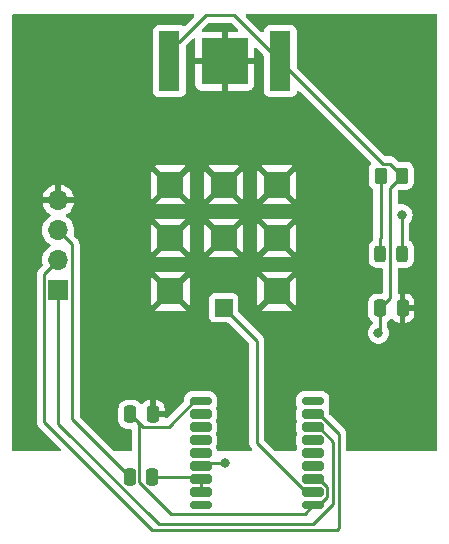
<source format=gbr>
%TF.GenerationSoftware,KiCad,Pcbnew,7.0.7*%
%TF.CreationDate,2023-11-29T00:44:13-05:00*%
%TF.ProjectId,GPS,4750532e-6b69-4636-9164-5f7063625858,rev?*%
%TF.SameCoordinates,Original*%
%TF.FileFunction,Copper,L1,Top*%
%TF.FilePolarity,Positive*%
%FSLAX46Y46*%
G04 Gerber Fmt 4.6, Leading zero omitted, Abs format (unit mm)*
G04 Created by KiCad (PCBNEW 7.0.7) date 2023-11-29 00:44:13*
%MOMM*%
%LPD*%
G01*
G04 APERTURE LIST*
G04 Aperture macros list*
%AMRoundRect*
0 Rectangle with rounded corners*
0 $1 Rounding radius*
0 $2 $3 $4 $5 $6 $7 $8 $9 X,Y pos of 4 corners*
0 Add a 4 corners polygon primitive as box body*
4,1,4,$2,$3,$4,$5,$6,$7,$8,$9,$2,$3,0*
0 Add four circle primitives for the rounded corners*
1,1,$1+$1,$2,$3*
1,1,$1+$1,$4,$5*
1,1,$1+$1,$6,$7*
1,1,$1+$1,$8,$9*
0 Add four rect primitives between the rounded corners*
20,1,$1+$1,$2,$3,$4,$5,0*
20,1,$1+$1,$4,$5,$6,$7,0*
20,1,$1+$1,$6,$7,$8,$9,0*
20,1,$1+$1,$8,$9,$2,$3,0*%
G04 Aperture macros list end*
%TA.AperFunction,SMDPad,CuDef*%
%ADD10RoundRect,0.175000X-0.725000X-0.175000X0.725000X-0.175000X0.725000X0.175000X-0.725000X0.175000X0*%
%TD*%
%TA.AperFunction,SMDPad,CuDef*%
%ADD11RoundRect,0.200000X-0.700000X-0.200000X0.700000X-0.200000X0.700000X0.200000X-0.700000X0.200000X0*%
%TD*%
%TA.AperFunction,SMDPad,CuDef*%
%ADD12RoundRect,0.250000X-0.250000X-0.475000X0.250000X-0.475000X0.250000X0.475000X-0.250000X0.475000X0*%
%TD*%
%TA.AperFunction,SMDPad,CuDef*%
%ADD13R,1.500000X1.500000*%
%TD*%
%TA.AperFunction,SMDPad,CuDef*%
%ADD14R,2.300000X2.300000*%
%TD*%
%TA.AperFunction,SMDPad,CuDef*%
%ADD15RoundRect,0.243750X-0.243750X-0.456250X0.243750X-0.456250X0.243750X0.456250X-0.243750X0.456250X0*%
%TD*%
%TA.AperFunction,SMDPad,CuDef*%
%ADD16R,1.780000X5.080000*%
%TD*%
%TA.AperFunction,SMDPad,CuDef*%
%ADD17R,3.960000X3.960000*%
%TD*%
%TA.AperFunction,SMDPad,CuDef*%
%ADD18RoundRect,0.250000X-0.262500X-0.450000X0.262500X-0.450000X0.262500X0.450000X-0.262500X0.450000X0*%
%TD*%
%TA.AperFunction,ComponentPad*%
%ADD19R,1.700000X1.700000*%
%TD*%
%TA.AperFunction,ComponentPad*%
%ADD20O,1.700000X1.700000*%
%TD*%
%TA.AperFunction,ViaPad*%
%ADD21C,0.800000*%
%TD*%
%TA.AperFunction,Conductor*%
%ADD22C,0.250000*%
%TD*%
G04 APERTURE END LIST*
D10*
%TO.P,U1,1,GND*%
%TO.N,Net-(C2-Pad1)*%
X141950000Y-85800000D03*
D11*
%TO.P,U1,2,TXD*%
%TO.N,unconnected-(U1-TXD-Pad2)*%
X141950000Y-86900000D03*
%TO.P,U1,3,RXD*%
%TO.N,unconnected-(U1-RXD-Pad3)*%
X141950000Y-88000000D03*
%TO.P,U1,4,TIMEPULSE*%
%TO.N,unconnected-(U1-TIMEPULSE-Pad4)*%
X141950000Y-89100000D03*
%TO.P,U1,5,EXTINT*%
%TO.N,unconnected-(U1-EXTINT-Pad5)*%
X141950000Y-90200000D03*
%TO.P,U1,6,V_BCKP*%
%TO.N,/BACKUP*%
X141950000Y-91300000D03*
%TO.P,U1,7,VCC_IO*%
%TO.N,Net-(U1-VCC)*%
X141950000Y-92400000D03*
%TO.P,U1,8,VCC*%
X141950000Y-93500000D03*
D10*
%TO.P,U1,9,~{RESET}*%
%TO.N,unconnected-(U1-~{RESET}-Pad9)*%
X141950000Y-94600000D03*
%TO.P,U1,10,GND*%
%TO.N,Net-(C2-Pad1)*%
X151450000Y-94600000D03*
D11*
%TO.P,U1,11,RF_IN*%
%TO.N,/RF_IN*%
X151450000Y-93500000D03*
%TO.P,U1,12,GND*%
%TO.N,Net-(C2-Pad1)*%
X151450000Y-92400000D03*
%TO.P,U1,13,LNA_EN*%
%TO.N,unconnected-(U1-LNA_EN-Pad13)*%
X151450000Y-91300000D03*
%TO.P,U1,14,VCC_RF*%
%TO.N,unconnected-(U1-VCC_RF-Pad14)*%
X151450000Y-90200000D03*
%TO.P,U1,15,VIO_SEL*%
%TO.N,unconnected-(U1-VIO_SEL-Pad15)*%
X151450000Y-89100000D03*
%TO.P,U1,16,SDA*%
%TO.N,/SDA*%
X151450000Y-88000000D03*
%TO.P,U1,17,SCL*%
%TO.N,/SCL*%
X151450000Y-86900000D03*
D10*
%TO.P,U1,18,~{SAFEBOOT}*%
%TO.N,unconnected-(U1-~{SAFEBOOT}-Pad18)*%
X151450000Y-85800000D03*
%TD*%
D12*
%TO.P,C1,1*%
%TO.N,+3.3V*%
X135950000Y-92200000D03*
%TO.P,C1,2*%
%TO.N,Net-(U1-VCC)*%
X137850000Y-92200000D03*
%TD*%
%TO.P,C3,1*%
%TO.N,/BACKUP*%
X157150000Y-77900000D03*
%TO.P,C3,2*%
%TO.N,GND*%
X159050000Y-77900000D03*
%TD*%
D13*
%TO.P,ANT1,1,RF_IN*%
%TO.N,/RF_IN*%
X143900000Y-77865000D03*
D14*
%TO.P,ANT1,2,GND*%
%TO.N,GND*%
X139400000Y-76465000D03*
%TO.P,ANT1,3,GND*%
X148400000Y-76465000D03*
%TO.P,ANT1,4,GND*%
X139400000Y-71965000D03*
%TO.P,ANT1,5,GND*%
X143900000Y-71965000D03*
%TO.P,ANT1,6,GND*%
X148400000Y-71965000D03*
%TO.P,ANT1,7,GND*%
X139400000Y-67465000D03*
%TO.P,ANT1,8,GND*%
X143900000Y-67465000D03*
%TO.P,ANT1,9,GND*%
X148400000Y-67465000D03*
%TD*%
D15*
%TO.P,D2,1,K*%
%TO.N,Net-(D2-K)*%
X157162500Y-73300000D03*
%TO.P,D2,2,A*%
%TO.N,+3.3V*%
X159037500Y-73300000D03*
%TD*%
D16*
%TO.P,BT1,1,+*%
%TO.N,/BACKUP*%
X139300000Y-57000000D03*
X148700000Y-57000000D03*
D17*
%TO.P,BT1,2,-*%
%TO.N,GND*%
X144000000Y-57000000D03*
%TD*%
D18*
%TO.P,R1,1*%
%TO.N,Net-(D2-K)*%
X157187500Y-66700000D03*
%TO.P,R1,2*%
%TO.N,/BACKUP*%
X159012500Y-66700000D03*
%TD*%
D12*
%TO.P,C2,1*%
%TO.N,Net-(C2-Pad1)*%
X136000000Y-86900000D03*
%TO.P,C2,2*%
%TO.N,GND*%
X137900000Y-86900000D03*
%TD*%
D19*
%TO.P,J3,1,Pin_1*%
%TO.N,/SDA*%
X129900000Y-76400000D03*
D20*
%TO.P,J3,2,Pin_2*%
%TO.N,/SCL*%
X129900000Y-73860000D03*
%TO.P,J3,3,Pin_3*%
%TO.N,+3.3V*%
X129900000Y-71320000D03*
%TO.P,J3,4,Pin_4*%
%TO.N,GND*%
X129900000Y-68780000D03*
%TD*%
D21*
%TO.N,+3.3V*%
X159000000Y-70000000D03*
%TO.N,/BACKUP*%
X157000000Y-80000000D03*
X144000000Y-91000000D03*
%TD*%
D22*
%TO.N,+3.3V*%
X131075000Y-72495000D02*
X131075000Y-87325000D01*
X131075000Y-87325000D02*
X135950000Y-92200000D01*
X159000000Y-73262500D02*
X159037500Y-73300000D01*
X159000000Y-70000000D02*
X159000000Y-73262500D01*
X129900000Y-71320000D02*
X131075000Y-72495000D01*
%TO.N,Net-(U1-VCC)*%
X137850000Y-92200000D02*
X141750000Y-92200000D01*
X141750000Y-92200000D02*
X141950000Y-92400000D01*
X141950000Y-93500000D02*
X141950000Y-92400000D01*
%TO.N,Net-(C2-Pad1)*%
X136000000Y-86900000D02*
X136775000Y-87675000D01*
X136000000Y-86900000D02*
X137050000Y-87950000D01*
X139257538Y-87950000D02*
X141407538Y-85800000D01*
X136775000Y-92663173D02*
X139411827Y-95300000D01*
X150750000Y-95300000D02*
X151450000Y-94600000D01*
X152675000Y-93082538D02*
X151992462Y-92400000D01*
X151992462Y-92400000D02*
X151450000Y-92400000D01*
X152675000Y-93917462D02*
X152675000Y-93082538D01*
X137050000Y-87950000D02*
X139257538Y-87950000D01*
X139411827Y-95300000D02*
X150750000Y-95300000D01*
X136775000Y-87675000D02*
X136775000Y-92663173D01*
X141407538Y-85800000D02*
X141950000Y-85800000D01*
X151992462Y-94600000D02*
X152675000Y-93917462D01*
X151450000Y-94600000D02*
X151992462Y-94600000D01*
%TO.N,Net-(D2-K)*%
X157162500Y-73300000D02*
X157162500Y-72000000D01*
X157162500Y-72000000D02*
X157187500Y-71975000D01*
X157187500Y-66700000D02*
X157187500Y-71975000D01*
%TO.N,/SDA*%
X153200000Y-89207538D02*
X153200000Y-94457107D01*
X151992462Y-88000000D02*
X153200000Y-89207538D01*
X129900000Y-87688173D02*
X129900000Y-76400000D01*
X153200000Y-94457107D02*
X151457107Y-96200000D01*
X151457107Y-96200000D02*
X138411827Y-96200000D01*
X138411827Y-96200000D02*
X129900000Y-87688173D01*
X151450000Y-88000000D02*
X151992462Y-88000000D01*
%TO.N,/SCL*%
X151992462Y-86900000D02*
X153650000Y-88557538D01*
X153500000Y-96650000D02*
X137850000Y-96650000D01*
X153650000Y-96500000D02*
X153500000Y-96650000D01*
X151450000Y-86900000D02*
X151992462Y-86900000D01*
X128725000Y-87525000D02*
X128725000Y-75035000D01*
X153650000Y-88557538D02*
X153650000Y-96500000D01*
X128725000Y-75035000D02*
X129900000Y-73860000D01*
X137850000Y-96650000D02*
X128725000Y-87525000D01*
%TO.N,/RF_IN*%
X146700000Y-89292462D02*
X150907538Y-93500000D01*
X146700000Y-80665000D02*
X146700000Y-89292462D01*
X150907538Y-93500000D02*
X151450000Y-93500000D01*
X143900000Y-77865000D02*
X146700000Y-80665000D01*
%TO.N,/BACKUP*%
X159012500Y-66700000D02*
X158000000Y-67712500D01*
X157987500Y-65675000D02*
X159012500Y-66700000D01*
X140100000Y-55400000D02*
X142405000Y-53095000D01*
X144000000Y-91000000D02*
X142250000Y-91000000D01*
X157375000Y-65675000D02*
X157987500Y-65675000D01*
X158000000Y-77050000D02*
X157150000Y-77900000D01*
X157150000Y-77900000D02*
X157150000Y-79850000D01*
X142492462Y-91300000D02*
X141950000Y-91300000D01*
X144795000Y-53095000D02*
X157375000Y-65675000D01*
X142405000Y-53095000D02*
X144795000Y-53095000D01*
X158000000Y-67712500D02*
X158000000Y-77050000D01*
X157150000Y-77850000D02*
X157150000Y-77900000D01*
X142250000Y-91000000D02*
X141950000Y-91300000D01*
X157150000Y-79850000D02*
X157000000Y-80000000D01*
X139200000Y-55400000D02*
X140100000Y-55400000D01*
%TD*%
%TA.AperFunction,Conductor*%
%TO.N,GND*%
G36*
X141383085Y-53019685D02*
G01*
X141428840Y-53072489D01*
X141438784Y-53141647D01*
X141409759Y-53205203D01*
X141403727Y-53211681D01*
X140603739Y-54011668D01*
X140542416Y-54045153D01*
X140472724Y-54040169D01*
X140441747Y-54023253D01*
X140432331Y-54016204D01*
X140432327Y-54016202D01*
X140297482Y-53965908D01*
X140297483Y-53965908D01*
X140237883Y-53959501D01*
X140237881Y-53959500D01*
X140237873Y-53959500D01*
X140237864Y-53959500D01*
X138362129Y-53959500D01*
X138362123Y-53959501D01*
X138302516Y-53965908D01*
X138167671Y-54016202D01*
X138167664Y-54016206D01*
X138052455Y-54102452D01*
X138052452Y-54102455D01*
X137966206Y-54217664D01*
X137966202Y-54217671D01*
X137915908Y-54352517D01*
X137913131Y-54378353D01*
X137909501Y-54412123D01*
X137909500Y-54412135D01*
X137909500Y-59587870D01*
X137909501Y-59587876D01*
X137915908Y-59647483D01*
X137966202Y-59782328D01*
X137966206Y-59782335D01*
X138052452Y-59897544D01*
X138052455Y-59897547D01*
X138167664Y-59983793D01*
X138167671Y-59983797D01*
X138302517Y-60034091D01*
X138302516Y-60034091D01*
X138309444Y-60034835D01*
X138362127Y-60040500D01*
X140237872Y-60040499D01*
X140297483Y-60034091D01*
X140432331Y-59983796D01*
X140547546Y-59897546D01*
X140633796Y-59782331D01*
X140684091Y-59647483D01*
X140690500Y-59587873D01*
X140690499Y-57250000D01*
X141520000Y-57250000D01*
X141520000Y-59027844D01*
X141526401Y-59087372D01*
X141526403Y-59087379D01*
X141576645Y-59222086D01*
X141576649Y-59222093D01*
X141662809Y-59337187D01*
X141662812Y-59337190D01*
X141777906Y-59423350D01*
X141777913Y-59423354D01*
X141912620Y-59473596D01*
X141912627Y-59473598D01*
X141972155Y-59479999D01*
X141972172Y-59480000D01*
X143750000Y-59480000D01*
X143750000Y-57250000D01*
X144250000Y-57250000D01*
X144250000Y-59480000D01*
X146027828Y-59480000D01*
X146027844Y-59479999D01*
X146087372Y-59473598D01*
X146087379Y-59473596D01*
X146222086Y-59423354D01*
X146222093Y-59423350D01*
X146337187Y-59337190D01*
X146337190Y-59337187D01*
X146423350Y-59222093D01*
X146423354Y-59222086D01*
X146473596Y-59087379D01*
X146473598Y-59087372D01*
X146479999Y-59027844D01*
X146480000Y-59027827D01*
X146480000Y-57250000D01*
X144250000Y-57250000D01*
X143750000Y-57250000D01*
X141520000Y-57250000D01*
X140690499Y-57250000D01*
X140690499Y-55745450D01*
X140710184Y-55678412D01*
X140726813Y-55657775D01*
X141308322Y-55076267D01*
X141369642Y-55042784D01*
X141439334Y-55047768D01*
X141495267Y-55089640D01*
X141519684Y-55155104D01*
X141520000Y-55163950D01*
X141520000Y-56750000D01*
X143750000Y-56750000D01*
X143750000Y-54520000D01*
X142163952Y-54520000D01*
X142096913Y-54500315D01*
X142051158Y-54447511D01*
X142041214Y-54378353D01*
X142070239Y-54314797D01*
X142076271Y-54308319D01*
X142282136Y-54102455D01*
X142627771Y-53756819D01*
X142689095Y-53723334D01*
X142715453Y-53720500D01*
X144484548Y-53720500D01*
X144551587Y-53740185D01*
X144572229Y-53756819D01*
X145123729Y-54308319D01*
X145157214Y-54369642D01*
X145152230Y-54439334D01*
X145110358Y-54495267D01*
X145044894Y-54519684D01*
X145036048Y-54520000D01*
X144250000Y-54520000D01*
X144250000Y-56750000D01*
X146480000Y-56750000D01*
X146480000Y-55963952D01*
X146499685Y-55896913D01*
X146552489Y-55851158D01*
X146621647Y-55841214D01*
X146685203Y-55870239D01*
X146691681Y-55876271D01*
X147273181Y-56457771D01*
X147306666Y-56519094D01*
X147309500Y-56545452D01*
X147309500Y-59587870D01*
X147309501Y-59587876D01*
X147315908Y-59647483D01*
X147366202Y-59782328D01*
X147366206Y-59782335D01*
X147452452Y-59897544D01*
X147452455Y-59897547D01*
X147567664Y-59983793D01*
X147567671Y-59983797D01*
X147702517Y-60034091D01*
X147702516Y-60034091D01*
X147709444Y-60034835D01*
X147762127Y-60040500D01*
X149637872Y-60040499D01*
X149697483Y-60034091D01*
X149832331Y-59983796D01*
X149947546Y-59897546D01*
X150033796Y-59782331D01*
X150084091Y-59647483D01*
X150090500Y-59587873D01*
X150090499Y-59574454D01*
X150110180Y-59507418D01*
X150162981Y-59461660D01*
X150232139Y-59451712D01*
X150295696Y-59480733D01*
X150302180Y-59486770D01*
X156376840Y-65561430D01*
X156410325Y-65622753D01*
X156405341Y-65692445D01*
X156376840Y-65736792D01*
X156332289Y-65781342D01*
X156240187Y-65930663D01*
X156240185Y-65930666D01*
X156240186Y-65930666D01*
X156185001Y-66097203D01*
X156185001Y-66097204D01*
X156185000Y-66097204D01*
X156174500Y-66199983D01*
X156174500Y-67200001D01*
X156174501Y-67200019D01*
X156185000Y-67302796D01*
X156185001Y-67302799D01*
X156238750Y-67465000D01*
X156240186Y-67469334D01*
X156332288Y-67618656D01*
X156456344Y-67742712D01*
X156503096Y-67771548D01*
X156549820Y-67823494D01*
X156562000Y-67877087D01*
X156562000Y-71789458D01*
X156558168Y-71816381D01*
X156558282Y-71816400D01*
X156557134Y-71823642D01*
X156557076Y-71824055D01*
X156557061Y-71824105D01*
X156549771Y-71870127D01*
X156548587Y-71875846D01*
X156537001Y-71920972D01*
X156537000Y-71920982D01*
X156537000Y-71941016D01*
X156535473Y-71960415D01*
X156532340Y-71980194D01*
X156532340Y-71980195D01*
X156536725Y-72026583D01*
X156537000Y-72032421D01*
X156537000Y-72135569D01*
X156517315Y-72202608D01*
X156478099Y-72241106D01*
X156453999Y-72255971D01*
X156330971Y-72379000D01*
X156239642Y-72527066D01*
X156239637Y-72527077D01*
X156184913Y-72692223D01*
X156174500Y-72794144D01*
X156174500Y-73805855D01*
X156184913Y-73907776D01*
X156239637Y-74072922D01*
X156239642Y-74072933D01*
X156330971Y-74220999D01*
X156330974Y-74221003D01*
X156453996Y-74344025D01*
X156454000Y-74344028D01*
X156602066Y-74435357D01*
X156602069Y-74435358D01*
X156602075Y-74435362D01*
X156767225Y-74490087D01*
X156869152Y-74500500D01*
X157250500Y-74500500D01*
X157317539Y-74520185D01*
X157363294Y-74572989D01*
X157374500Y-74624500D01*
X157374500Y-76550500D01*
X157354815Y-76617539D01*
X157302011Y-76663294D01*
X157250500Y-76674500D01*
X156849998Y-76674500D01*
X156849980Y-76674501D01*
X156747203Y-76685000D01*
X156747200Y-76685001D01*
X156580668Y-76740185D01*
X156580663Y-76740187D01*
X156431342Y-76832289D01*
X156307289Y-76956342D01*
X156215187Y-77105663D01*
X156215185Y-77105668D01*
X156191554Y-77176982D01*
X156160001Y-77272203D01*
X156160001Y-77272204D01*
X156160000Y-77272204D01*
X156149500Y-77374983D01*
X156149500Y-78425001D01*
X156149501Y-78425019D01*
X156160000Y-78527796D01*
X156160001Y-78527799D01*
X156204762Y-78662876D01*
X156215186Y-78694334D01*
X156307096Y-78843345D01*
X156307289Y-78843657D01*
X156431345Y-78967713D01*
X156465594Y-78988837D01*
X156512320Y-79040784D01*
X156524500Y-79094377D01*
X156524500Y-79169211D01*
X156504815Y-79236250D01*
X156473385Y-79269529D01*
X156394129Y-79327111D01*
X156267466Y-79467785D01*
X156172821Y-79631715D01*
X156172818Y-79631722D01*
X156114327Y-79811740D01*
X156114326Y-79811744D01*
X156094540Y-80000000D01*
X156114326Y-80188256D01*
X156114327Y-80188259D01*
X156172818Y-80368277D01*
X156172821Y-80368284D01*
X156267467Y-80532216D01*
X156340154Y-80612943D01*
X156394129Y-80672888D01*
X156547265Y-80784148D01*
X156547270Y-80784151D01*
X156720192Y-80861142D01*
X156720197Y-80861144D01*
X156905354Y-80900500D01*
X156905355Y-80900500D01*
X157094644Y-80900500D01*
X157094646Y-80900500D01*
X157279803Y-80861144D01*
X157452730Y-80784151D01*
X157605871Y-80672888D01*
X157732533Y-80532216D01*
X157827179Y-80368284D01*
X157885674Y-80188256D01*
X157905460Y-80000000D01*
X157885674Y-79811744D01*
X157827179Y-79631716D01*
X157792111Y-79570977D01*
X157775500Y-79508979D01*
X157775500Y-79094377D01*
X157795185Y-79027338D01*
X157834406Y-78988837D01*
X157860817Y-78972547D01*
X157868656Y-78967712D01*
X157992712Y-78843656D01*
X157994752Y-78840347D01*
X157996745Y-78838555D01*
X157997193Y-78837989D01*
X157997289Y-78838065D01*
X158046694Y-78793623D01*
X158115656Y-78782395D01*
X158179740Y-78810234D01*
X158205829Y-78840339D01*
X158207681Y-78843341D01*
X158207683Y-78843344D01*
X158331654Y-78967315D01*
X158480875Y-79059356D01*
X158480880Y-79059358D01*
X158647302Y-79114505D01*
X158647309Y-79114506D01*
X158750019Y-79124999D01*
X158799999Y-79124998D01*
X158800000Y-79124998D01*
X158800000Y-78150000D01*
X159300000Y-78150000D01*
X159300000Y-79124999D01*
X159349972Y-79124999D01*
X159349986Y-79124998D01*
X159452697Y-79114505D01*
X159619119Y-79059358D01*
X159619124Y-79059356D01*
X159768345Y-78967315D01*
X159892315Y-78843345D01*
X159984356Y-78694124D01*
X159984358Y-78694119D01*
X160039505Y-78527697D01*
X160039506Y-78527690D01*
X160049999Y-78424986D01*
X160050000Y-78424973D01*
X160050000Y-78150000D01*
X159300000Y-78150000D01*
X158800000Y-78150000D01*
X158800000Y-76675000D01*
X159300000Y-76675000D01*
X159300000Y-77650000D01*
X160049999Y-77650000D01*
X160049999Y-77375028D01*
X160049998Y-77375013D01*
X160039505Y-77272302D01*
X159984358Y-77105880D01*
X159984356Y-77105875D01*
X159892315Y-76956654D01*
X159768345Y-76832684D01*
X159619124Y-76740643D01*
X159619119Y-76740641D01*
X159452697Y-76685494D01*
X159452690Y-76685493D01*
X159349986Y-76675000D01*
X159300000Y-76675000D01*
X158800000Y-76675000D01*
X158799999Y-76674999D01*
X158749501Y-76675000D01*
X158682462Y-76655316D01*
X158636706Y-76602513D01*
X158625500Y-76551000D01*
X158625500Y-74624500D01*
X158645185Y-74557461D01*
X158697989Y-74511706D01*
X158749500Y-74500500D01*
X159330843Y-74500500D01*
X159330848Y-74500500D01*
X159432775Y-74490087D01*
X159597925Y-74435362D01*
X159746003Y-74344026D01*
X159869026Y-74221003D01*
X159960362Y-74072925D01*
X160015087Y-73907775D01*
X160025500Y-73805848D01*
X160025500Y-72794152D01*
X160015087Y-72692225D01*
X159960362Y-72527075D01*
X159960358Y-72527069D01*
X159960357Y-72527066D01*
X159869028Y-72379000D01*
X159869025Y-72378996D01*
X159746002Y-72255973D01*
X159684402Y-72217977D01*
X159637678Y-72166028D01*
X159625500Y-72112439D01*
X159625500Y-70698687D01*
X159645185Y-70631648D01*
X159657350Y-70615715D01*
X159675891Y-70595122D01*
X159732533Y-70532216D01*
X159827179Y-70368284D01*
X159885674Y-70188256D01*
X159905460Y-70000000D01*
X159885674Y-69811744D01*
X159827179Y-69631716D01*
X159732533Y-69467784D01*
X159605871Y-69327112D01*
X159541027Y-69280000D01*
X159452734Y-69215851D01*
X159452729Y-69215848D01*
X159279807Y-69138857D01*
X159279802Y-69138855D01*
X159134000Y-69107865D01*
X159094646Y-69099500D01*
X158905354Y-69099500D01*
X158905352Y-69099500D01*
X158775280Y-69127147D01*
X158705613Y-69121831D01*
X158649880Y-69079693D01*
X158625775Y-69014113D01*
X158625500Y-69005857D01*
X158625500Y-68024499D01*
X158645185Y-67957460D01*
X158697989Y-67911705D01*
X158749495Y-67900499D01*
X159325008Y-67900499D01*
X159325016Y-67900498D01*
X159325019Y-67900498D01*
X159381302Y-67894748D01*
X159427797Y-67889999D01*
X159594334Y-67834814D01*
X159743656Y-67742712D01*
X159867712Y-67618656D01*
X159959814Y-67469334D01*
X160014999Y-67302797D01*
X160025500Y-67200009D01*
X160025499Y-66199992D01*
X160014999Y-66097203D01*
X159959814Y-65930666D01*
X159867712Y-65781344D01*
X159743656Y-65657288D01*
X159594334Y-65565186D01*
X159427797Y-65510001D01*
X159427795Y-65510000D01*
X159325016Y-65499500D01*
X158747953Y-65499500D01*
X158680914Y-65479815D01*
X158660272Y-65463181D01*
X158488303Y-65291212D01*
X158478480Y-65278950D01*
X158478259Y-65279134D01*
X158473286Y-65273123D01*
X158473285Y-65273122D01*
X158422864Y-65225773D01*
X158412419Y-65215328D01*
X158401975Y-65204883D01*
X158396486Y-65200625D01*
X158392061Y-65196847D01*
X158358082Y-65164938D01*
X158358080Y-65164936D01*
X158358077Y-65164935D01*
X158340529Y-65155288D01*
X158324263Y-65144604D01*
X158308433Y-65132325D01*
X158265668Y-65113818D01*
X158260422Y-65111248D01*
X158219593Y-65088803D01*
X158219592Y-65088802D01*
X158200193Y-65083822D01*
X158181781Y-65077518D01*
X158163398Y-65069562D01*
X158163392Y-65069560D01*
X158117374Y-65062272D01*
X158111652Y-65061087D01*
X158066521Y-65049500D01*
X158066519Y-65049500D01*
X158046484Y-65049500D01*
X158027086Y-65047973D01*
X158019662Y-65046797D01*
X158007305Y-65044840D01*
X158007304Y-65044840D01*
X157960916Y-65049225D01*
X157955078Y-65049500D01*
X157685452Y-65049500D01*
X157618413Y-65029815D01*
X157597771Y-65013181D01*
X150126818Y-57542227D01*
X150093333Y-57480904D01*
X150090499Y-57454546D01*
X150090499Y-54412129D01*
X150090498Y-54412123D01*
X150090497Y-54412116D01*
X150084091Y-54352517D01*
X150070022Y-54314797D01*
X150033797Y-54217671D01*
X150033793Y-54217664D01*
X149947547Y-54102455D01*
X149947544Y-54102452D01*
X149832335Y-54016206D01*
X149832328Y-54016202D01*
X149697482Y-53965908D01*
X149697483Y-53965908D01*
X149637883Y-53959501D01*
X149637881Y-53959500D01*
X149637873Y-53959500D01*
X149637864Y-53959500D01*
X147762129Y-53959500D01*
X147762123Y-53959501D01*
X147702516Y-53965908D01*
X147567671Y-54016202D01*
X147567664Y-54016206D01*
X147452455Y-54102452D01*
X147452452Y-54102455D01*
X147366206Y-54217664D01*
X147366202Y-54217671D01*
X147315908Y-54352517D01*
X147313131Y-54378353D01*
X147309501Y-54412123D01*
X147309500Y-54412135D01*
X147309500Y-54425547D01*
X147289815Y-54492586D01*
X147237011Y-54538341D01*
X147167853Y-54548285D01*
X147104297Y-54519260D01*
X147097819Y-54513228D01*
X145796272Y-53211681D01*
X145762787Y-53150358D01*
X145767771Y-53080666D01*
X145809643Y-53024733D01*
X145875107Y-53000316D01*
X145883953Y-53000000D01*
X161876000Y-53000000D01*
X161943039Y-53019685D01*
X161988794Y-53072489D01*
X162000000Y-53124000D01*
X162000000Y-89876000D01*
X161980315Y-89943039D01*
X161927511Y-89988794D01*
X161876000Y-90000000D01*
X154399500Y-90000000D01*
X154332461Y-89980315D01*
X154286706Y-89927511D01*
X154275500Y-89876000D01*
X154275500Y-88640280D01*
X154277224Y-88624660D01*
X154276939Y-88624633D01*
X154277673Y-88616871D01*
X154275500Y-88547710D01*
X154275500Y-88518194D01*
X154275500Y-88518188D01*
X154274631Y-88511317D01*
X154274173Y-88505490D01*
X154273164Y-88473377D01*
X154272710Y-88458911D01*
X154267119Y-88439668D01*
X154263173Y-88420616D01*
X154260664Y-88400746D01*
X154243504Y-88357405D01*
X154241624Y-88351917D01*
X154228618Y-88307148D01*
X154218422Y-88289908D01*
X154209861Y-88272432D01*
X154202487Y-88253808D01*
X154202486Y-88253806D01*
X154175079Y-88216083D01*
X154171888Y-88211224D01*
X154148172Y-88171121D01*
X154148165Y-88171112D01*
X154134006Y-88156953D01*
X154121368Y-88142157D01*
X154109594Y-88125951D01*
X154096355Y-88114999D01*
X154073688Y-88096247D01*
X154069376Y-88092324D01*
X152886819Y-86909766D01*
X152853334Y-86848443D01*
X152850500Y-86822085D01*
X152850500Y-86643386D01*
X152844086Y-86572807D01*
X152844086Y-86572804D01*
X152793478Y-86410394D01*
X152786084Y-86398164D01*
X152768248Y-86330611D01*
X152786087Y-86269860D01*
X152795512Y-86254270D01*
X152795515Y-86254263D01*
X152810892Y-86204911D01*
X152844315Y-86097657D01*
X152850500Y-86029594D01*
X152850500Y-85570406D01*
X152844315Y-85502343D01*
X152795512Y-85345730D01*
X152795511Y-85345727D01*
X152710651Y-85205351D01*
X152710648Y-85205347D01*
X152594652Y-85089351D01*
X152594648Y-85089348D01*
X152454272Y-85004488D01*
X152454263Y-85004485D01*
X152297664Y-84955687D01*
X152297662Y-84955686D01*
X152297657Y-84955685D01*
X152229594Y-84949500D01*
X150670406Y-84949500D01*
X150602343Y-84955685D01*
X150602339Y-84955686D01*
X150602335Y-84955687D01*
X150445736Y-85004485D01*
X150445727Y-85004488D01*
X150305351Y-85089348D01*
X150305347Y-85089351D01*
X150189351Y-85205347D01*
X150189348Y-85205351D01*
X150104488Y-85345727D01*
X150104485Y-85345736D01*
X150055687Y-85502335D01*
X150055685Y-85502343D01*
X150049500Y-85570406D01*
X150049500Y-86029594D01*
X150055685Y-86097657D01*
X150055686Y-86097662D01*
X150055687Y-86097664D01*
X150104485Y-86254263D01*
X150104486Y-86254265D01*
X150104488Y-86254270D01*
X150113916Y-86269865D01*
X150131751Y-86337420D01*
X150113917Y-86398161D01*
X150106522Y-86410393D01*
X150055913Y-86572807D01*
X150050782Y-86629275D01*
X150049500Y-86643384D01*
X150049500Y-87156616D01*
X150051423Y-87177778D01*
X150055913Y-87227192D01*
X150055913Y-87227194D01*
X150055914Y-87227196D01*
X150068476Y-87267511D01*
X150106524Y-87389611D01*
X150109601Y-87396448D01*
X150107322Y-87397473D01*
X150122087Y-87453420D01*
X150107627Y-87502663D01*
X150109601Y-87503552D01*
X150106524Y-87510388D01*
X150106522Y-87510393D01*
X150106522Y-87510394D01*
X150085752Y-87577050D01*
X150055913Y-87672807D01*
X150053957Y-87694334D01*
X150050658Y-87730647D01*
X150049500Y-87743386D01*
X150049500Y-88256613D01*
X150055913Y-88327192D01*
X150055913Y-88327194D01*
X150055914Y-88327196D01*
X150106522Y-88489606D01*
X150106523Y-88489608D01*
X150106524Y-88489610D01*
X150109600Y-88496445D01*
X150107320Y-88497470D01*
X150122087Y-88553412D01*
X150107630Y-88602665D01*
X150109601Y-88603552D01*
X150106524Y-88610388D01*
X150055913Y-88772807D01*
X150049500Y-88843386D01*
X150049500Y-89356613D01*
X150055913Y-89427192D01*
X150055913Y-89427194D01*
X150055914Y-89427196D01*
X150099943Y-89568494D01*
X150106524Y-89589611D01*
X150109601Y-89596448D01*
X150107322Y-89597473D01*
X150122087Y-89653420D01*
X150107627Y-89702663D01*
X150109601Y-89703552D01*
X150106524Y-89710388D01*
X150106522Y-89710393D01*
X150106522Y-89710394D01*
X150082240Y-89788319D01*
X150055913Y-89872807D01*
X150054604Y-89887222D01*
X150028933Y-89952205D01*
X149972205Y-89992993D01*
X149931113Y-90000000D01*
X148343491Y-90000000D01*
X148276452Y-89980315D01*
X148255810Y-89963681D01*
X147361819Y-89069690D01*
X147328334Y-89008367D01*
X147325500Y-88982009D01*
X147325500Y-80747742D01*
X147327224Y-80732122D01*
X147326939Y-80732096D01*
X147327671Y-80724340D01*
X147327673Y-80724333D01*
X147325500Y-80655185D01*
X147325500Y-80625650D01*
X147324631Y-80618772D01*
X147324172Y-80612943D01*
X147322709Y-80566372D01*
X147317122Y-80547144D01*
X147313174Y-80528084D01*
X147310663Y-80508204D01*
X147293512Y-80464887D01*
X147291619Y-80459358D01*
X147278618Y-80414609D01*
X147278616Y-80414606D01*
X147268423Y-80397371D01*
X147259861Y-80379894D01*
X147252487Y-80361270D01*
X147252486Y-80361268D01*
X147225079Y-80323545D01*
X147221888Y-80318686D01*
X147198172Y-80278583D01*
X147198165Y-80278574D01*
X147184006Y-80264415D01*
X147171368Y-80249619D01*
X147159594Y-80233413D01*
X147123688Y-80203709D01*
X147119376Y-80199786D01*
X145186818Y-78267228D01*
X145153333Y-78205905D01*
X145150499Y-78179547D01*
X145150499Y-78099723D01*
X147118829Y-78099723D01*
X147142624Y-78108598D01*
X147202155Y-78114999D01*
X147202172Y-78115000D01*
X149597828Y-78115000D01*
X149597844Y-78114999D01*
X149657372Y-78108598D01*
X149657378Y-78108597D01*
X149681168Y-78099723D01*
X149681168Y-78099722D01*
X148400001Y-76818553D01*
X148400000Y-76818553D01*
X147118829Y-78099722D01*
X147118829Y-78099723D01*
X145150499Y-78099723D01*
X145150499Y-77662844D01*
X146750000Y-77662844D01*
X146756401Y-77722372D01*
X146756403Y-77722382D01*
X146765275Y-77746168D01*
X146765276Y-77746169D01*
X148046446Y-76465000D01*
X148046446Y-76464999D01*
X148753553Y-76464999D01*
X150034722Y-77746168D01*
X150034723Y-77746168D01*
X150043597Y-77722378D01*
X150043598Y-77722372D01*
X150049999Y-77662844D01*
X150050000Y-77662827D01*
X150050000Y-75267172D01*
X150049999Y-75267155D01*
X150043598Y-75207624D01*
X150034722Y-75183829D01*
X148753553Y-76464999D01*
X148046446Y-76464999D01*
X146765276Y-75183829D01*
X146756401Y-75207626D01*
X146750000Y-75267155D01*
X146750000Y-77662844D01*
X145150499Y-77662844D01*
X145150499Y-77067129D01*
X145150498Y-77067123D01*
X145150497Y-77067116D01*
X145144091Y-77007517D01*
X145125120Y-76956654D01*
X145093797Y-76872671D01*
X145093793Y-76872664D01*
X145007547Y-76757455D01*
X145007544Y-76757452D01*
X144892335Y-76671206D01*
X144892328Y-76671202D01*
X144757482Y-76620908D01*
X144757483Y-76620908D01*
X144697883Y-76614501D01*
X144697881Y-76614500D01*
X144697873Y-76614500D01*
X144697864Y-76614500D01*
X143102129Y-76614500D01*
X143102123Y-76614501D01*
X143042516Y-76620908D01*
X142907671Y-76671202D01*
X142907664Y-76671206D01*
X142792455Y-76757452D01*
X142792452Y-76757455D01*
X142706206Y-76872664D01*
X142706202Y-76872671D01*
X142655908Y-77007517D01*
X142654512Y-77020507D01*
X142649501Y-77067123D01*
X142649500Y-77067135D01*
X142649500Y-78662870D01*
X142649501Y-78662876D01*
X142655908Y-78722483D01*
X142706202Y-78857328D01*
X142706206Y-78857335D01*
X142792452Y-78972544D01*
X142792455Y-78972547D01*
X142907664Y-79058793D01*
X142907671Y-79058797D01*
X143042517Y-79109091D01*
X143042516Y-79109091D01*
X143049444Y-79109835D01*
X143102127Y-79115500D01*
X144214546Y-79115499D01*
X144281585Y-79135184D01*
X144302227Y-79151818D01*
X146038181Y-80887771D01*
X146071666Y-80949094D01*
X146074500Y-80975452D01*
X146074500Y-89209717D01*
X146072775Y-89225334D01*
X146073061Y-89225361D01*
X146072326Y-89233127D01*
X146074500Y-89302276D01*
X146074500Y-89331805D01*
X146074501Y-89331822D01*
X146075368Y-89338693D01*
X146075826Y-89344512D01*
X146077290Y-89391086D01*
X146077291Y-89391089D01*
X146082880Y-89410329D01*
X146086824Y-89429373D01*
X146089336Y-89449253D01*
X146106490Y-89492581D01*
X146108382Y-89498109D01*
X146121381Y-89542850D01*
X146131580Y-89560096D01*
X146140136Y-89577562D01*
X146147514Y-89596194D01*
X146174898Y-89633885D01*
X146178106Y-89638769D01*
X146201827Y-89678878D01*
X146201833Y-89678886D01*
X146215990Y-89693042D01*
X146228628Y-89707838D01*
X146240405Y-89724048D01*
X146240406Y-89724049D01*
X146276309Y-89753750D01*
X146280620Y-89757672D01*
X146311267Y-89788319D01*
X146344752Y-89849642D01*
X146339768Y-89919334D01*
X146297896Y-89975267D01*
X146232432Y-89999684D01*
X146223586Y-90000000D01*
X143468887Y-90000000D01*
X143401848Y-89980315D01*
X143356093Y-89927511D01*
X143345396Y-89887222D01*
X143344086Y-89872807D01*
X143344086Y-89872804D01*
X143293478Y-89710394D01*
X143293475Y-89710389D01*
X143290400Y-89703555D01*
X143292680Y-89702528D01*
X143277912Y-89646601D01*
X143292380Y-89597341D01*
X143290398Y-89596449D01*
X143293471Y-89589616D01*
X143293478Y-89589606D01*
X143344086Y-89427196D01*
X143350500Y-89356616D01*
X143350500Y-88843384D01*
X143344086Y-88772804D01*
X143293478Y-88610394D01*
X143293475Y-88610389D01*
X143290400Y-88603555D01*
X143292680Y-88602528D01*
X143277912Y-88546601D01*
X143292377Y-88497334D01*
X143290400Y-88496445D01*
X143293475Y-88489611D01*
X143293478Y-88489606D01*
X143344086Y-88327196D01*
X143350500Y-88256616D01*
X143350500Y-87743384D01*
X143344086Y-87672804D01*
X143293478Y-87510394D01*
X143293475Y-87510389D01*
X143290400Y-87503555D01*
X143292680Y-87502528D01*
X143277912Y-87446601D01*
X143292377Y-87397334D01*
X143290400Y-87396445D01*
X143293475Y-87389611D01*
X143293478Y-87389606D01*
X143344086Y-87227196D01*
X143350500Y-87156616D01*
X143350500Y-86643384D01*
X143344086Y-86572804D01*
X143293478Y-86410394D01*
X143286084Y-86398164D01*
X143268248Y-86330611D01*
X143286087Y-86269860D01*
X143295512Y-86254270D01*
X143295515Y-86254263D01*
X143310892Y-86204911D01*
X143344315Y-86097657D01*
X143350500Y-86029594D01*
X143350500Y-85570406D01*
X143344315Y-85502343D01*
X143295512Y-85345730D01*
X143295511Y-85345727D01*
X143210651Y-85205351D01*
X143210648Y-85205347D01*
X143094652Y-85089351D01*
X143094648Y-85089348D01*
X142954272Y-85004488D01*
X142954263Y-85004485D01*
X142797664Y-84955687D01*
X142797662Y-84955686D01*
X142797657Y-84955685D01*
X142729594Y-84949500D01*
X141170406Y-84949500D01*
X141102343Y-84955685D01*
X141102339Y-84955686D01*
X141102335Y-84955687D01*
X140945736Y-85004485D01*
X140945727Y-85004488D01*
X140805351Y-85089348D01*
X140805347Y-85089351D01*
X140689351Y-85205347D01*
X140689348Y-85205351D01*
X140604488Y-85345727D01*
X140604485Y-85345736D01*
X140555687Y-85502335D01*
X140555685Y-85502345D01*
X140549500Y-85570408D01*
X140549500Y-85722085D01*
X140529815Y-85789124D01*
X140513181Y-85809766D01*
X139111681Y-87211265D01*
X139050358Y-87244750D01*
X138980666Y-87239766D01*
X138924733Y-87197894D01*
X138910955Y-87160955D01*
X138900000Y-87150000D01*
X137774000Y-87150000D01*
X137706961Y-87130315D01*
X137661206Y-87077511D01*
X137650000Y-87026000D01*
X137650000Y-85675000D01*
X138150000Y-85675000D01*
X138150000Y-86650000D01*
X138899999Y-86650000D01*
X138899999Y-86375028D01*
X138899998Y-86375013D01*
X138889505Y-86272302D01*
X138834358Y-86105880D01*
X138834356Y-86105875D01*
X138742315Y-85956654D01*
X138618345Y-85832684D01*
X138469124Y-85740643D01*
X138469119Y-85740641D01*
X138302697Y-85685494D01*
X138302690Y-85685493D01*
X138199986Y-85675000D01*
X138150000Y-85675000D01*
X137650000Y-85675000D01*
X137649999Y-85674999D01*
X137600029Y-85675000D01*
X137600011Y-85675001D01*
X137497302Y-85685494D01*
X137330880Y-85740641D01*
X137330875Y-85740643D01*
X137181654Y-85832684D01*
X137057683Y-85956655D01*
X137057679Y-85956660D01*
X137055826Y-85959665D01*
X137054018Y-85961290D01*
X137053202Y-85962323D01*
X137053025Y-85962183D01*
X137003874Y-86006385D01*
X136934911Y-86017601D01*
X136870831Y-85989752D01*
X136844753Y-85959653D01*
X136844737Y-85959628D01*
X136842712Y-85956344D01*
X136718656Y-85832288D01*
X136569334Y-85740186D01*
X136402797Y-85685001D01*
X136402795Y-85685000D01*
X136300010Y-85674500D01*
X135699998Y-85674500D01*
X135699980Y-85674501D01*
X135597203Y-85685000D01*
X135597200Y-85685001D01*
X135430668Y-85740185D01*
X135430663Y-85740187D01*
X135281342Y-85832289D01*
X135157289Y-85956342D01*
X135065187Y-86105663D01*
X135065185Y-86105668D01*
X135065115Y-86105880D01*
X135010001Y-86272203D01*
X135010001Y-86272204D01*
X135010000Y-86272204D01*
X134999500Y-86374983D01*
X134999500Y-87425001D01*
X134999501Y-87425019D01*
X135010000Y-87527796D01*
X135010001Y-87527799D01*
X135065185Y-87694331D01*
X135065187Y-87694336D01*
X135085851Y-87727837D01*
X135157288Y-87843656D01*
X135281344Y-87967712D01*
X135430666Y-88059814D01*
X135597203Y-88114999D01*
X135699991Y-88125500D01*
X136025500Y-88125499D01*
X136092539Y-88145183D01*
X136138294Y-88197987D01*
X136149500Y-88249499D01*
X136149500Y-89876000D01*
X136129815Y-89943039D01*
X136077011Y-89988794D01*
X136025500Y-90000000D01*
X134685953Y-90000000D01*
X134618914Y-89980315D01*
X134598272Y-89963681D01*
X131736818Y-87102227D01*
X131703333Y-87040904D01*
X131700500Y-87014555D01*
X131700500Y-78099723D01*
X138118829Y-78099723D01*
X138142624Y-78108598D01*
X138202155Y-78114999D01*
X138202172Y-78115000D01*
X140597828Y-78115000D01*
X140597844Y-78114999D01*
X140657372Y-78108598D01*
X140657378Y-78108597D01*
X140681168Y-78099723D01*
X140681168Y-78099722D01*
X139400001Y-76818553D01*
X139400000Y-76818553D01*
X138118829Y-78099722D01*
X138118829Y-78099723D01*
X131700500Y-78099723D01*
X131700500Y-77662844D01*
X137750000Y-77662844D01*
X137756401Y-77722372D01*
X137756403Y-77722382D01*
X137765275Y-77746168D01*
X137765276Y-77746169D01*
X139046446Y-76465000D01*
X139753553Y-76465000D01*
X141034722Y-77746168D01*
X141034723Y-77746168D01*
X141043597Y-77722378D01*
X141043598Y-77722372D01*
X141049999Y-77662844D01*
X141050000Y-77662827D01*
X141050000Y-75267172D01*
X141049999Y-75267155D01*
X141043598Y-75207624D01*
X141034722Y-75183829D01*
X139753553Y-76464999D01*
X139753553Y-76465000D01*
X139046446Y-76465000D01*
X139046446Y-76464999D01*
X137765276Y-75183829D01*
X137756401Y-75207626D01*
X137750000Y-75267155D01*
X137750000Y-77662844D01*
X131700500Y-77662844D01*
X131700500Y-74830276D01*
X138118829Y-74830276D01*
X139400000Y-76111446D01*
X139400001Y-76111446D01*
X140681169Y-74830276D01*
X147118829Y-74830276D01*
X148400000Y-76111446D01*
X148400001Y-76111446D01*
X149681169Y-74830276D01*
X149681168Y-74830275D01*
X149657382Y-74821403D01*
X149657372Y-74821401D01*
X149597844Y-74815000D01*
X147202155Y-74815000D01*
X147142626Y-74821401D01*
X147118829Y-74830276D01*
X140681169Y-74830276D01*
X140681168Y-74830275D01*
X140657382Y-74821403D01*
X140657372Y-74821401D01*
X140597844Y-74815000D01*
X138202155Y-74815000D01*
X138142626Y-74821401D01*
X138118829Y-74830276D01*
X131700500Y-74830276D01*
X131700500Y-73599723D01*
X138118829Y-73599723D01*
X138142624Y-73608598D01*
X138202155Y-73614999D01*
X138202172Y-73615000D01*
X140597828Y-73615000D01*
X140597844Y-73614999D01*
X140657372Y-73608598D01*
X140657378Y-73608597D01*
X140681168Y-73599723D01*
X142618829Y-73599723D01*
X142642624Y-73608598D01*
X142702155Y-73614999D01*
X142702172Y-73615000D01*
X145097828Y-73615000D01*
X145097844Y-73614999D01*
X145157372Y-73608598D01*
X145157378Y-73608597D01*
X145181168Y-73599723D01*
X147118829Y-73599723D01*
X147142624Y-73608598D01*
X147202155Y-73614999D01*
X147202172Y-73615000D01*
X149597828Y-73615000D01*
X149597844Y-73614999D01*
X149657372Y-73608598D01*
X149657378Y-73608597D01*
X149681168Y-73599723D01*
X149681168Y-73599722D01*
X148400001Y-72318553D01*
X148400000Y-72318553D01*
X147118829Y-73599722D01*
X147118829Y-73599723D01*
X145181168Y-73599723D01*
X145181168Y-73599722D01*
X143900001Y-72318553D01*
X143900000Y-72318553D01*
X142618829Y-73599722D01*
X142618829Y-73599723D01*
X140681168Y-73599723D01*
X140681168Y-73599722D01*
X139400001Y-72318553D01*
X139400000Y-72318553D01*
X138118829Y-73599722D01*
X138118829Y-73599723D01*
X131700500Y-73599723D01*
X131700500Y-73162844D01*
X137750000Y-73162844D01*
X137756401Y-73222372D01*
X137756403Y-73222382D01*
X137765275Y-73246168D01*
X137765276Y-73246169D01*
X139046446Y-71965000D01*
X139753553Y-71965000D01*
X141034722Y-73246168D01*
X141034723Y-73246168D01*
X141043597Y-73222378D01*
X141043598Y-73222372D01*
X141049999Y-73162844D01*
X142250000Y-73162844D01*
X142256401Y-73222372D01*
X142256403Y-73222382D01*
X142265275Y-73246168D01*
X142265276Y-73246169D01*
X143546446Y-71965000D01*
X144253553Y-71965000D01*
X145534722Y-73246168D01*
X145534723Y-73246168D01*
X145543597Y-73222378D01*
X145543598Y-73222372D01*
X145549999Y-73162844D01*
X146750000Y-73162844D01*
X146756401Y-73222372D01*
X146756403Y-73222382D01*
X146765275Y-73246168D01*
X146765276Y-73246169D01*
X148046446Y-71965000D01*
X148046446Y-71964999D01*
X148753553Y-71964999D01*
X150034722Y-73246168D01*
X150034723Y-73246168D01*
X150043597Y-73222378D01*
X150043598Y-73222372D01*
X150049999Y-73162844D01*
X150050000Y-73162827D01*
X150050000Y-70767172D01*
X150049999Y-70767155D01*
X150043598Y-70707624D01*
X150034722Y-70683829D01*
X148753553Y-71964999D01*
X148046446Y-71964999D01*
X146765276Y-70683829D01*
X146756401Y-70707626D01*
X146750000Y-70767155D01*
X146750000Y-73162844D01*
X145549999Y-73162844D01*
X145550000Y-73162827D01*
X145550000Y-70767172D01*
X145549999Y-70767155D01*
X145543598Y-70707624D01*
X145534722Y-70683829D01*
X144253553Y-71964999D01*
X144253553Y-71965000D01*
X143546446Y-71965000D01*
X143546446Y-71964999D01*
X142265276Y-70683829D01*
X142256401Y-70707626D01*
X142250000Y-70767155D01*
X142250000Y-73162844D01*
X141049999Y-73162844D01*
X141050000Y-73162827D01*
X141050000Y-70767172D01*
X141049999Y-70767155D01*
X141043598Y-70707624D01*
X141034722Y-70683829D01*
X139753553Y-71964999D01*
X139753553Y-71965000D01*
X139046446Y-71965000D01*
X139046446Y-71964999D01*
X137765276Y-70683829D01*
X137756401Y-70707626D01*
X137750000Y-70767155D01*
X137750000Y-73162844D01*
X131700500Y-73162844D01*
X131700500Y-72577742D01*
X131702224Y-72562122D01*
X131701939Y-72562096D01*
X131702671Y-72554340D01*
X131702673Y-72554333D01*
X131700500Y-72485185D01*
X131700500Y-72455650D01*
X131699631Y-72448772D01*
X131699172Y-72442943D01*
X131697709Y-72396372D01*
X131692122Y-72377144D01*
X131688174Y-72358084D01*
X131685663Y-72338204D01*
X131668512Y-72294887D01*
X131666619Y-72289358D01*
X131653618Y-72244609D01*
X131653616Y-72244606D01*
X131643423Y-72227371D01*
X131634861Y-72209894D01*
X131627487Y-72191270D01*
X131627486Y-72191268D01*
X131600079Y-72153545D01*
X131596888Y-72148686D01*
X131573172Y-72108583D01*
X131573165Y-72108574D01*
X131559006Y-72094415D01*
X131546368Y-72079619D01*
X131534594Y-72063413D01*
X131498688Y-72033709D01*
X131494376Y-72029786D01*
X131240237Y-71775647D01*
X131206752Y-71714324D01*
X131208143Y-71655872D01*
X131220047Y-71611446D01*
X131235063Y-71555408D01*
X131255659Y-71320000D01*
X131235063Y-71084592D01*
X131173903Y-70856337D01*
X131074035Y-70642171D01*
X131055511Y-70615715D01*
X130938494Y-70448597D01*
X130820172Y-70330276D01*
X138118829Y-70330276D01*
X139400000Y-71611446D01*
X139400001Y-71611446D01*
X140681169Y-70330276D01*
X142618829Y-70330276D01*
X143900000Y-71611446D01*
X143900001Y-71611446D01*
X145181169Y-70330276D01*
X147118829Y-70330276D01*
X148400000Y-71611446D01*
X148400001Y-71611446D01*
X149681169Y-70330276D01*
X149681168Y-70330275D01*
X149657382Y-70321403D01*
X149657372Y-70321401D01*
X149597844Y-70315000D01*
X147202155Y-70315000D01*
X147142626Y-70321401D01*
X147118829Y-70330276D01*
X145181169Y-70330276D01*
X145181168Y-70330275D01*
X145157382Y-70321403D01*
X145157372Y-70321401D01*
X145097844Y-70315000D01*
X142702155Y-70315000D01*
X142642626Y-70321401D01*
X142618829Y-70330276D01*
X140681169Y-70330276D01*
X140681168Y-70330275D01*
X140657382Y-70321403D01*
X140657372Y-70321401D01*
X140597844Y-70315000D01*
X138202155Y-70315000D01*
X138142626Y-70321401D01*
X138118829Y-70330276D01*
X130820172Y-70330276D01*
X130771402Y-70281506D01*
X130771401Y-70281505D01*
X130585405Y-70151269D01*
X130541781Y-70096692D01*
X130534588Y-70027193D01*
X130566110Y-69964839D01*
X130585405Y-69948119D01*
X130771082Y-69818105D01*
X130938105Y-69651082D01*
X131073600Y-69457578D01*
X131173429Y-69243492D01*
X131173432Y-69243486D01*
X131211954Y-69099723D01*
X138118829Y-69099723D01*
X138142624Y-69108598D01*
X138202155Y-69114999D01*
X138202172Y-69115000D01*
X140597828Y-69115000D01*
X140597844Y-69114999D01*
X140657372Y-69108598D01*
X140657378Y-69108597D01*
X140681168Y-69099723D01*
X142618829Y-69099723D01*
X142642624Y-69108598D01*
X142702155Y-69114999D01*
X142702172Y-69115000D01*
X145097828Y-69115000D01*
X145097844Y-69114999D01*
X145157372Y-69108598D01*
X145157378Y-69108597D01*
X145181168Y-69099723D01*
X147118829Y-69099723D01*
X147142624Y-69108598D01*
X147202155Y-69114999D01*
X147202172Y-69115000D01*
X149597828Y-69115000D01*
X149597844Y-69114999D01*
X149657372Y-69108598D01*
X149657378Y-69108597D01*
X149681168Y-69099723D01*
X149681168Y-69099722D01*
X148400001Y-67818553D01*
X148400000Y-67818553D01*
X147118829Y-69099722D01*
X147118829Y-69099723D01*
X145181168Y-69099723D01*
X145181168Y-69099722D01*
X143900001Y-67818553D01*
X143900000Y-67818553D01*
X142618829Y-69099722D01*
X142618829Y-69099723D01*
X140681168Y-69099723D01*
X140681168Y-69099722D01*
X139400001Y-67818553D01*
X139400000Y-67818553D01*
X138118829Y-69099722D01*
X138118829Y-69099723D01*
X131211954Y-69099723D01*
X131230636Y-69030000D01*
X130513347Y-69030000D01*
X130446308Y-69010315D01*
X130400553Y-68957511D01*
X130390609Y-68888353D01*
X130394369Y-68871067D01*
X130400000Y-68851888D01*
X130400000Y-68708111D01*
X130394369Y-68688933D01*
X130394369Y-68662844D01*
X137750000Y-68662844D01*
X137756401Y-68722372D01*
X137756403Y-68722382D01*
X137765275Y-68746168D01*
X137765276Y-68746169D01*
X139046445Y-67465000D01*
X139753553Y-67465000D01*
X141034722Y-68746168D01*
X141034723Y-68746168D01*
X141043597Y-68722378D01*
X141043598Y-68722372D01*
X141049999Y-68662844D01*
X142250000Y-68662844D01*
X142256401Y-68722372D01*
X142256403Y-68722382D01*
X142265275Y-68746168D01*
X142265276Y-68746169D01*
X143546446Y-67465000D01*
X143546446Y-67464999D01*
X144253553Y-67464999D01*
X145534722Y-68746168D01*
X145534723Y-68746168D01*
X145543597Y-68722378D01*
X145543598Y-68722372D01*
X145549999Y-68662844D01*
X146750000Y-68662844D01*
X146756401Y-68722372D01*
X146756403Y-68722382D01*
X146765275Y-68746168D01*
X146765276Y-68746169D01*
X148046446Y-67464999D01*
X148753553Y-67464999D01*
X150034722Y-68746168D01*
X150034723Y-68746168D01*
X150043597Y-68722378D01*
X150043598Y-68722372D01*
X150049999Y-68662844D01*
X150050000Y-68662827D01*
X150050000Y-66267172D01*
X150049999Y-66267155D01*
X150043598Y-66207624D01*
X150034722Y-66183829D01*
X148753553Y-67464999D01*
X148046446Y-67464999D01*
X148046446Y-67464998D01*
X146765276Y-66183829D01*
X146756401Y-66207626D01*
X146750000Y-66267155D01*
X146750000Y-68662844D01*
X145549999Y-68662844D01*
X145550000Y-68662827D01*
X145550000Y-66267172D01*
X145549999Y-66267155D01*
X145543598Y-66207624D01*
X145534722Y-66183829D01*
X144253553Y-67464998D01*
X144253553Y-67464999D01*
X143546446Y-67464999D01*
X142265276Y-66183829D01*
X142256401Y-66207626D01*
X142250000Y-66267155D01*
X142250000Y-68662844D01*
X141049999Y-68662844D01*
X141050000Y-68662827D01*
X141050000Y-66267172D01*
X141049999Y-66267155D01*
X141043598Y-66207624D01*
X141034722Y-66183829D01*
X139753553Y-67464999D01*
X139753553Y-67465000D01*
X139046445Y-67465000D01*
X139046446Y-67464999D01*
X139046446Y-67464998D01*
X137765276Y-66183829D01*
X137756401Y-66207626D01*
X137750000Y-66267155D01*
X137750000Y-68662844D01*
X130394369Y-68662844D01*
X130394370Y-68619064D01*
X130432145Y-68560286D01*
X130495701Y-68531262D01*
X130513347Y-68530000D01*
X131230636Y-68530000D01*
X131230635Y-68529999D01*
X131173432Y-68316513D01*
X131173429Y-68316507D01*
X131073600Y-68102422D01*
X131073599Y-68102420D01*
X130938113Y-67908926D01*
X130938108Y-67908920D01*
X130771082Y-67741894D01*
X130577578Y-67606399D01*
X130363492Y-67506570D01*
X130363486Y-67506567D01*
X130150000Y-67449364D01*
X130150000Y-68167698D01*
X130130315Y-68234737D01*
X130077511Y-68280492D01*
X130008355Y-68290436D01*
X129935766Y-68280000D01*
X129935763Y-68280000D01*
X129864237Y-68280000D01*
X129864233Y-68280000D01*
X129791645Y-68290436D01*
X129722487Y-68280492D01*
X129669684Y-68234736D01*
X129650000Y-68167698D01*
X129649999Y-67449364D01*
X129436513Y-67506567D01*
X129436507Y-67506570D01*
X129222422Y-67606399D01*
X129222420Y-67606400D01*
X129028926Y-67741886D01*
X129028920Y-67741891D01*
X128861891Y-67908920D01*
X128861886Y-67908926D01*
X128726400Y-68102420D01*
X128726399Y-68102422D01*
X128626570Y-68316507D01*
X128626567Y-68316513D01*
X128569364Y-68529999D01*
X128569364Y-68530000D01*
X129286653Y-68530000D01*
X129353692Y-68549685D01*
X129399447Y-68602489D01*
X129409391Y-68671647D01*
X129405631Y-68688933D01*
X129400000Y-68708111D01*
X129400000Y-68851888D01*
X129405631Y-68871067D01*
X129405630Y-68940936D01*
X129367855Y-68999714D01*
X129304299Y-69028738D01*
X129286653Y-69030000D01*
X128569364Y-69030000D01*
X128626567Y-69243486D01*
X128626570Y-69243492D01*
X128726399Y-69457578D01*
X128861894Y-69651082D01*
X129028917Y-69818105D01*
X129214595Y-69948119D01*
X129258219Y-70002696D01*
X129265412Y-70072195D01*
X129233890Y-70134549D01*
X129214595Y-70151269D01*
X129028594Y-70281508D01*
X128861505Y-70448597D01*
X128725965Y-70642169D01*
X128725964Y-70642171D01*
X128626098Y-70856335D01*
X128626094Y-70856344D01*
X128564938Y-71084586D01*
X128564936Y-71084596D01*
X128544341Y-71319999D01*
X128544341Y-71320000D01*
X128564936Y-71555403D01*
X128564938Y-71555413D01*
X128626094Y-71783655D01*
X128626096Y-71783659D01*
X128626097Y-71783663D01*
X128690130Y-71920981D01*
X128725965Y-71997830D01*
X128725967Y-71997834D01*
X128803509Y-72108574D01*
X128854674Y-72181646D01*
X128861501Y-72191395D01*
X128861506Y-72191402D01*
X129028597Y-72358493D01*
X129028603Y-72358498D01*
X129214158Y-72488425D01*
X129257783Y-72543002D01*
X129264977Y-72612500D01*
X129233454Y-72674855D01*
X129214158Y-72691575D01*
X129028597Y-72821505D01*
X128861505Y-72988597D01*
X128725965Y-73182169D01*
X128725964Y-73182171D01*
X128626098Y-73396335D01*
X128626094Y-73396344D01*
X128564938Y-73624586D01*
X128564936Y-73624596D01*
X128544341Y-73859999D01*
X128544341Y-73860000D01*
X128564937Y-74095408D01*
X128591855Y-74195873D01*
X128590192Y-74265723D01*
X128559761Y-74315646D01*
X128341208Y-74534199D01*
X128328951Y-74544020D01*
X128329134Y-74544241D01*
X128323123Y-74549213D01*
X128275772Y-74599636D01*
X128254889Y-74620519D01*
X128254877Y-74620532D01*
X128250621Y-74626017D01*
X128246837Y-74630447D01*
X128214937Y-74664418D01*
X128214936Y-74664420D01*
X128205284Y-74681976D01*
X128194610Y-74698226D01*
X128182329Y-74714061D01*
X128182324Y-74714068D01*
X128163815Y-74756838D01*
X128161245Y-74762084D01*
X128138803Y-74802906D01*
X128133822Y-74822307D01*
X128127521Y-74840710D01*
X128119562Y-74859102D01*
X128119561Y-74859105D01*
X128112271Y-74905127D01*
X128111087Y-74910846D01*
X128099501Y-74955972D01*
X128099500Y-74955982D01*
X128099500Y-74976016D01*
X128097973Y-74995415D01*
X128094840Y-75015194D01*
X128094840Y-75015195D01*
X128099225Y-75061583D01*
X128099500Y-75067421D01*
X128099500Y-87442255D01*
X128097775Y-87457872D01*
X128098061Y-87457899D01*
X128097326Y-87465665D01*
X128099500Y-87534814D01*
X128099500Y-87564343D01*
X128099501Y-87564360D01*
X128100368Y-87571231D01*
X128100826Y-87577050D01*
X128102290Y-87623624D01*
X128102291Y-87623627D01*
X128107880Y-87642867D01*
X128111824Y-87661911D01*
X128114336Y-87681792D01*
X128129789Y-87720823D01*
X128131490Y-87725119D01*
X128133382Y-87730647D01*
X128146381Y-87775388D01*
X128156580Y-87792634D01*
X128165138Y-87810103D01*
X128172514Y-87828732D01*
X128199898Y-87866423D01*
X128203106Y-87871307D01*
X128226827Y-87911416D01*
X128226833Y-87911424D01*
X128240990Y-87925580D01*
X128253628Y-87940376D01*
X128265405Y-87956586D01*
X128265406Y-87956587D01*
X128301309Y-87986288D01*
X128305620Y-87990210D01*
X129297419Y-88982009D01*
X130103729Y-89788319D01*
X130137214Y-89849642D01*
X130132230Y-89919334D01*
X130090358Y-89975267D01*
X130024894Y-89999684D01*
X130016048Y-90000000D01*
X126124000Y-90000000D01*
X126056961Y-89980315D01*
X126011206Y-89927511D01*
X126000000Y-89876000D01*
X126000000Y-65830276D01*
X138118829Y-65830276D01*
X139400000Y-67111446D01*
X139400001Y-67111446D01*
X140681169Y-65830276D01*
X142618829Y-65830276D01*
X143900000Y-67111446D01*
X143900001Y-67111446D01*
X145181169Y-65830276D01*
X147118829Y-65830276D01*
X148400000Y-67111446D01*
X148400001Y-67111446D01*
X149681169Y-65830276D01*
X149681168Y-65830275D01*
X149657382Y-65821403D01*
X149657372Y-65821401D01*
X149597844Y-65815000D01*
X147202155Y-65815000D01*
X147142626Y-65821401D01*
X147118829Y-65830276D01*
X145181169Y-65830276D01*
X145181168Y-65830275D01*
X145157382Y-65821403D01*
X145157372Y-65821401D01*
X145097844Y-65815000D01*
X142702155Y-65815000D01*
X142642626Y-65821401D01*
X142618829Y-65830276D01*
X140681169Y-65830276D01*
X140681168Y-65830275D01*
X140657382Y-65821403D01*
X140657372Y-65821401D01*
X140597844Y-65815000D01*
X138202155Y-65815000D01*
X138142626Y-65821401D01*
X138118829Y-65830276D01*
X126000000Y-65830276D01*
X126000000Y-53124000D01*
X126019685Y-53056961D01*
X126072489Y-53011206D01*
X126124000Y-53000000D01*
X141316046Y-53000000D01*
X141383085Y-53019685D01*
G37*
%TD.AperFunction*%
%TD*%
M02*

</source>
